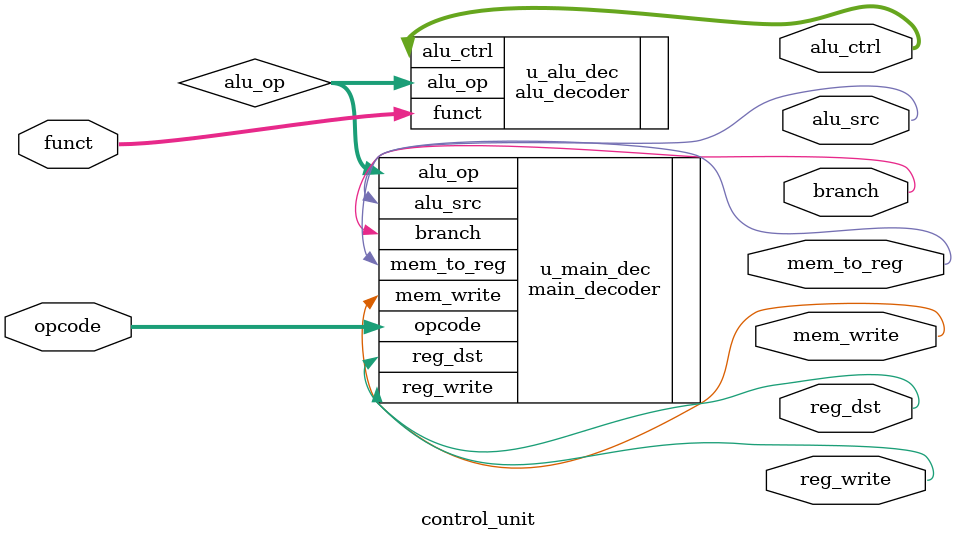
<source format=v>
`timescale 1ns / 1ps
module control_unit (
    input  wire [5:0] opcode,
    input  wire [5:0] funct,
    output wire       mem_to_reg,
    output wire       mem_write,
    output wire       branch,
    output wire       alu_src,
    output wire       reg_dst,
    output wire       reg_write,
    output wire [2:0] alu_ctrl
);
    wire [1:0] alu_op;
    main_decoder u_main_dec (
        .opcode(opcode),
        .mem_to_reg(mem_to_reg),
        .mem_write(mem_write),
        .branch(branch),
        .alu_src(alu_src),
        .reg_dst(reg_dst),
        .reg_write(reg_write),
        .alu_op(alu_op)
    );
    alu_decoder u_alu_dec (
        .alu_op(alu_op),
        .funct(funct),
        .alu_ctrl(alu_ctrl)
    );
endmodule
</source>
